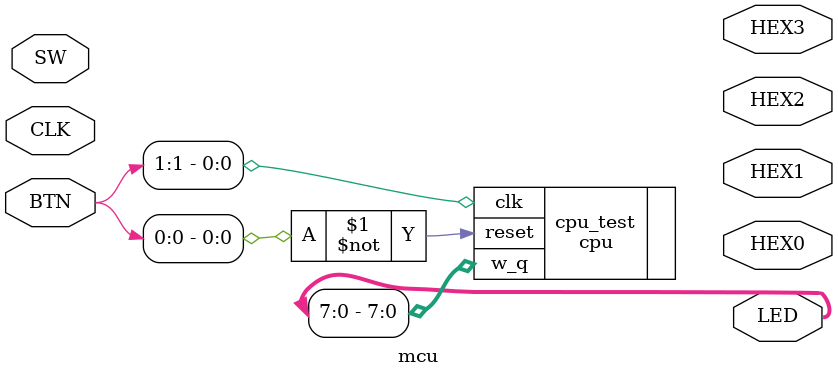
<source format=sv>


module mcu(

	//////////// CLOCK //////////
	input CLK,

	//////////// 7-segment decoder //////////
	output [6:0] HEX0,
	output [6:0] HEX1,
	output [6:0] HEX2,
	output [6:0] HEX3,
	
	//////////// LED /////////////
	output [9:0] LED,
	
	//////////// SWITCH //////////
	input [9:0] SW,
	
	//////////// BUTTON //////////
	input [2:0] BTN
	
);
//*******************************//

// add module here
// adder_8bit adder1(
//	.a(SW[7:0]),
//	.b(SW[7:0]),
//	.s(LED[7:0])
//);

//sub_8bit sub1(
//	.a(8'd20),
//	.b(8'd12),
//	.s()
//);

//cpu_seven_seg cpu_seven_seg_unit(
//	.clk(BTN[1]),
//	.reset(~BTN[0]),
//	.seg_0(HEX0),
//	.seg_1(HEX1),
//	.seg_2(HEX2),
//	.seg_3(HEX3)
//);

cpu cpu_test(
    .clk(BTN[1]),
    .reset(~BTN[0]),
    // output [13:0] IR
	.w_q(LED[7:0])
    // output logic [7:0] w_q
);


//*******************************//

endmodule

</source>
